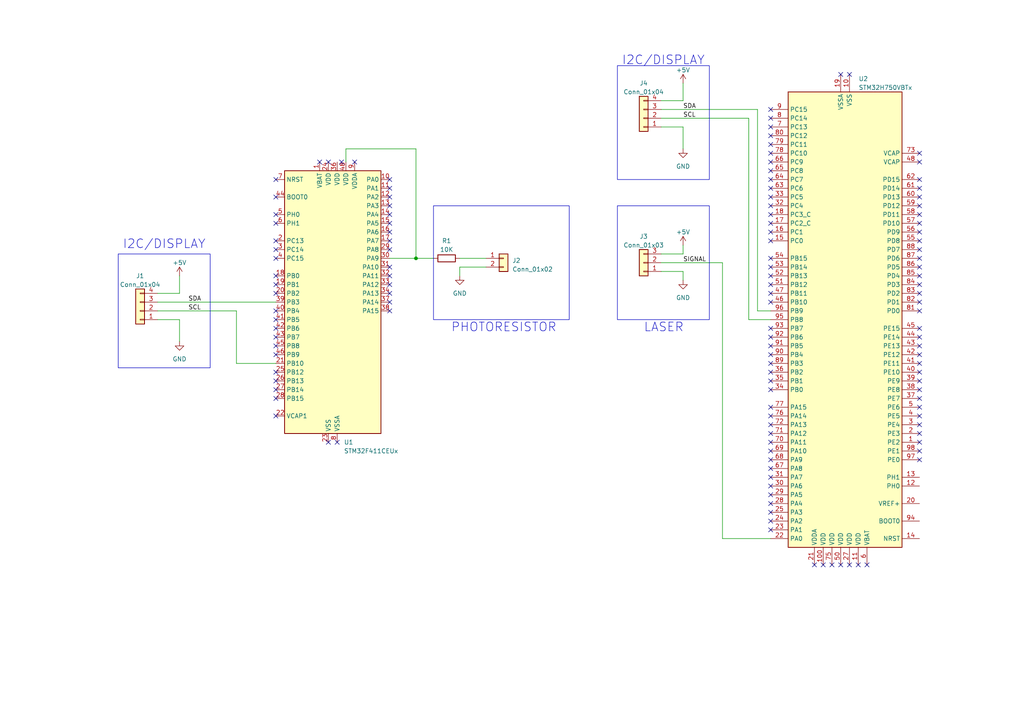
<source format=kicad_sch>
(kicad_sch (version 20230121) (generator eeschema)
  (paper "A4")
  (lib_symbols
    (symbol "Connector_Generic:Conn_01x02" (pin_names (offset 1.016) hide)
      (property "Reference" "J" (at 0 2.54 0))
      (property "Value" "Conn_01x02" (at 0 -5.08 0))
      (symbol "Conn_01x02_1_1"
        (rectangle (start -1.27 -2.413) (end 0 -2.667) (stroke (width 0.1524)))
        (rectangle (start -1.27 0.127) (end 0 -0.127) (stroke (width 0.1524)))
        (rectangle (start -1.27 1.27) (end 1.27 -3.81) (stroke (width 0.254)) (fill (type background)))
        (pin passive line (at -5.08 0 0) (length 3.81) (name "Pin_1") (number "1"))
        (pin passive line (at -5.08 -2.54 0) (length 3.81) (name "Pin_2") (number "2"))
      )
    )
    (symbol "Connector_Generic:Conn_01x03" (pin_names (offset 1.016) hide)
      (property "Reference" "J" (at 0 5.08 0))
      (property "Value" "Conn_01x03" (at 0 -5.08 0))
      (symbol "Conn_01x03_1_1"
        (rectangle (start -1.27 -2.413) (end 0 -2.667) (stroke (width 0.1524)))
        (rectangle (start -1.27 0.127) (end 0 -0.127) (stroke (width 0.1524)))
        (rectangle (start -1.27 2.667) (end 0 2.413) (stroke (width 0.1524)))
        (rectangle (start -1.27 3.81) (end 1.27 -3.81) (stroke (width 0.254)) (fill (type background)))
        (pin passive line (at -5.08 2.54 0) (length 3.81) (name "Pin_1") (number "1"))
        (pin passive line (at -5.08 0 0) (length 3.81) (name "Pin_2") (number "2"))
        (pin passive line (at -5.08 -2.54 0) (length 3.81) (name "Pin_3") (number "3"))
      )
    )
    (symbol "Connector_Generic:Conn_01x04" (pin_names (offset 1.016) hide)
      (property "Reference" "J" (at 0 5.08 0))
      (property "Value" "Conn_01x04" (at 0 -7.62 0))
      (symbol "Conn_01x04_1_1"
        (rectangle (start -1.27 -4.953) (end 0 -5.207) (stroke (width 0.1524)))
        (rectangle (start -1.27 -2.413) (end 0 -2.667) (stroke (width 0.1524)))
        (rectangle (start -1.27 0.127) (end 0 -0.127) (stroke (width 0.1524)))
        (rectangle (start -1.27 2.667) (end 0 2.413) (stroke (width 0.1524)))
        (rectangle (start -1.27 3.81) (end 1.27 -6.35) (stroke (width 0.254)) (fill (type background)))
        (pin passive line (at -5.08 2.54 0) (length 3.81) (name "Pin_1") (number "1"))
        (pin passive line (at -5.08 0 0) (length 3.81) (name "Pin_2") (number "2"))
        (pin passive line (at -5.08 -2.54 0) (length 3.81) (name "Pin_3") (number "3"))
        (pin passive line (at -5.08 -5.08 0) (length 3.81) (name "Pin_4") (number "4"))
      )
    )
    (symbol "Device:R" (pin_numbers hide) (pin_names (offset 0))
      (property "Reference" "R" (at 2.032 0 90))
      (property "Value" "R" (at 0 0 90))
      (symbol "R_0_1"
        (rectangle (start -1.016 -2.54) (end 1.016 2.54) (stroke (width 0.254)))
      )
      (symbol "R_1_1"
        (pin passive line (at 0 3.81 270) (length 1.27) (name "~") (number "1"))
        (pin passive line (at 0 -3.81 90) (length 1.27) (name "~") (number "2"))
      )
    )
    (symbol "MCU_ST_STM32F4:STM32F411CEUx"
      (property "Reference" "U" (at -12.7 39.37 0))
      (property "Value" "STM32F411CEUx" (at 10.16 39.37 0))
      (symbol "STM32F411CEUx_0_1"
        (rectangle (start -12.7 -38.1) (end 15.24 38.1) (stroke (width 0.254)) (fill (type background)))
      )
      (symbol "STM32F411CEUx_1_1"
        (pin power_in line (at -2.54 40.64 270) (length 2.54) (name "VBAT") (number "1"))
        (pin bidirectional line (at 17.78 35.56 180) (length 2.54) (name "PA0") (number "10"))
        (pin bidirectional line (at 17.78 33.02 180) (length 2.54) (name "PA1") (number "11"))
        (pin bidirectional line (at 17.78 30.48 180) (length 2.54) (name "PA2") (number "12"))
        (pin bidirectional line (at 17.78 27.94 180) (length 2.54) (name "PA3") (number "13"))
        (pin bidirectional line (at 17.78 25.4 180) (length 2.54) (name "PA4") (number "14"))
        (pin bidirectional line (at 17.78 22.86 180) (length 2.54) (name "PA5") (number "15"))
        (pin bidirectional line (at 17.78 20.32 180) (length 2.54) (name "PA6") (number "16"))
        (pin bidirectional line (at 17.78 17.78 180) (length 2.54) (name "PA7") (number "17"))
        (pin bidirectional line (at -15.24 7.62 0) (length 2.54) (name "PB0") (number "18"))
        (pin bidirectional line (at -15.24 5.08 0) (length 2.54) (name "PB1") (number "19"))
        (pin bidirectional line (at -15.24 17.78 0) (length 2.54) (name "PC13") (number "2"))
        (pin bidirectional line (at -15.24 2.54 0) (length 2.54) (name "PB2") (number "20"))
        (pin bidirectional line (at -15.24 -17.78 0) (length 2.54) (name "PB10") (number "21"))
        (pin power_out line (at -15.24 -33.02 0) (length 2.54) (name "VCAP1") (number "22"))
        (pin power_in line (at 0 -40.64 90) (length 2.54) (name "VSS") (number "23"))
        (pin power_in line (at 0 40.64 270) (length 2.54) (name "VDD") (number "24"))
        (pin bidirectional line (at -15.24 -20.32 0) (length 2.54) (name "PB12") (number "25"))
        (pin bidirectional line (at -15.24 -22.86 0) (length 2.54) (name "PB13") (number "26"))
        (pin bidirectional line (at -15.24 -25.4 0) (length 2.54) (name "PB14") (number "27"))
        (pin bidirectional line (at -15.24 -27.94 0) (length 2.54) (name "PB15") (number "28"))
        (pin bidirectional line (at 17.78 15.24 180) (length 2.54) (name "PA8") (number "29"))
        (pin bidirectional line (at -15.24 15.24 0) (length 2.54) (name "PC14") (number "3"))
        (pin bidirectional line (at 17.78 12.7 180) (length 2.54) (name "PA9") (number "30"))
        (pin bidirectional line (at 17.78 10.16 180) (length 2.54) (name "PA10") (number "31"))
        (pin bidirectional line (at 17.78 7.62 180) (length 2.54) (name "PA11") (number "32"))
        (pin bidirectional line (at 17.78 5.08 180) (length 2.54) (name "PA12") (number "33"))
        (pin bidirectional line (at 17.78 2.54 180) (length 2.54) (name "PA13") (number "34"))
        (pin passive line (at 0 -40.64 90) (length 2.54) hide (name "VSS") (number "35"))
        (pin power_in line (at 2.54 40.64 270) (length 2.54) (name "VDD") (number "36"))
        (pin bidirectional line (at 17.78 0 180) (length 2.54) (name "PA14") (number "37"))
        (pin bidirectional line (at 17.78 -2.54 180) (length 2.54) (name "PA15") (number "38"))
        (pin bidirectional line (at -15.24 0 0) (length 2.54) (name "PB3") (number "39"))
        (pin bidirectional line (at -15.24 12.7 0) (length 2.54) (name "PC15") (number "4"))
        (pin bidirectional line (at -15.24 -2.54 0) (length 2.54) (name "PB4") (number "40"))
        (pin bidirectional line (at -15.24 -5.08 0) (length 2.54) (name "PB5") (number "41"))
        (pin bidirectional line (at -15.24 -7.62 0) (length 2.54) (name "PB6") (number "42"))
        (pin bidirectional line (at -15.24 -10.16 0) (length 2.54) (name "PB7") (number "43"))
        (pin input line (at -15.24 30.48 0) (length 2.54) (name "BOOT0") (number "44"))
        (pin bidirectional line (at -15.24 -12.7 0) (length 2.54) (name "PB8") (number "45"))
        (pin bidirectional line (at -15.24 -15.24 0) (length 2.54) (name "PB9") (number "46"))
        (pin passive line (at 0 -40.64 90) (length 2.54) hide (name "VSS") (number "47"))
        (pin power_in line (at 5.08 40.64 270) (length 2.54) (name "VDD") (number "48"))
        (pin passive line (at 0 -40.64 90) (length 2.54) hide (name "VSS") (number "49"))
        (pin bidirectional line (at -15.24 25.4 0) (length 2.54) (name "PH0") (number "5"))
        (pin bidirectional line (at -15.24 22.86 0) (length 2.54) (name "PH1") (number "6"))
        (pin input line (at -15.24 35.56 0) (length 2.54) (name "NRST") (number "7"))
        (pin power_in line (at 2.54 -40.64 90) (length 2.54) (name "VSSA") (number "8"))
        (pin power_in line (at 7.62 40.64 270) (length 2.54) (name "VDDA") (number "9"))
      )
    )
    (symbol "MCU_ST_STM32H7:STM32H750VBTx"
      (property "Reference" "U" (at -15.24 67.31 0))
      (property "Value" "STM32H750VBTx" (at 12.7 67.31 0))
      (symbol "STM32H750VBTx_0_1"
        (rectangle (start -15.24 -66.04) (end 17.78 66.04) (stroke (width 0.254)) (fill (type background)))
      )
      (symbol "STM32H750VBTx_1_1"
        (pin bidirectional line (at -20.32 35.56 0) (length 5.08) (name "PE2") (number "1"))
        (pin power_in line (at 0 -71.12 90) (length 5.08) (name "VSS") (number "10"))
        (pin power_in line (at 7.62 71.12 270) (length 5.08) (name "VDD") (number "100"))
        (pin power_in line (at -2.54 71.12 270) (length 5.08) (name "VDD") (number "11"))
        (pin bidirectional line (at -20.32 48.26 0) (length 5.08) (name "PH0") (number "12"))
        (pin bidirectional line (at -20.32 45.72 0) (length 5.08) (name "PH1") (number "13"))
        (pin input line (at -20.32 63.5 0) (length 5.08) (name "NRST") (number "14"))
        (pin bidirectional line (at 22.86 -22.86 180) (length 5.08) (name "PC0") (number "15"))
        (pin bidirectional line (at 22.86 -25.4 180) (length 5.08) (name "PC1") (number "16"))
        (pin bidirectional line (at 22.86 -27.94 180) (length 5.08) (name "PC2_C") (number "17"))
        (pin bidirectional line (at 22.86 -30.48 180) (length 5.08) (name "PC3_C") (number "18"))
        (pin power_in line (at 2.54 -71.12 90) (length 5.08) (name "VSSA") (number "19"))
        (pin bidirectional line (at -20.32 33.02 0) (length 5.08) (name "PE3") (number "2"))
        (pin input line (at -20.32 53.34 0) (length 5.08) (name "VREF+") (number "20"))
        (pin power_in line (at 10.16 71.12 270) (length 5.08) (name "VDDA") (number "21"))
        (pin bidirectional line (at 22.86 63.5 180) (length 5.08) (name "PA0") (number "22"))
        (pin bidirectional line (at 22.86 60.96 180) (length 5.08) (name "PA1") (number "23"))
        (pin bidirectional line (at 22.86 58.42 180) (length 5.08) (name "PA2") (number "24"))
        (pin bidirectional line (at 22.86 55.88 180) (length 5.08) (name "PA3") (number "25"))
        (pin passive line (at 0 -71.12 90) (length 5.08) hide (name "VSS") (number "26"))
        (pin power_in line (at 0 71.12 270) (length 5.08) (name "VDD") (number "27"))
        (pin bidirectional line (at 22.86 53.34 180) (length 5.08) (name "PA4") (number "28"))
        (pin bidirectional line (at 22.86 50.8 180) (length 5.08) (name "PA5") (number "29"))
        (pin bidirectional line (at -20.32 30.48 0) (length 5.08) (name "PE4") (number "3"))
        (pin bidirectional line (at 22.86 48.26 180) (length 5.08) (name "PA6") (number "30"))
        (pin bidirectional line (at 22.86 45.72 180) (length 5.08) (name "PA7") (number "31"))
        (pin bidirectional line (at 22.86 -33.02 180) (length 5.08) (name "PC4") (number "32"))
        (pin bidirectional line (at 22.86 -35.56 180) (length 5.08) (name "PC5") (number "33"))
        (pin bidirectional line (at 22.86 20.32 180) (length 5.08) (name "PB0") (number "34"))
        (pin bidirectional line (at 22.86 17.78 180) (length 5.08) (name "PB1") (number "35"))
        (pin bidirectional line (at 22.86 15.24 180) (length 5.08) (name "PB2") (number "36"))
        (pin bidirectional line (at -20.32 22.86 0) (length 5.08) (name "PE7") (number "37"))
        (pin bidirectional line (at -20.32 20.32 0) (length 5.08) (name "PE8") (number "38"))
        (pin bidirectional line (at -20.32 17.78 0) (length 5.08) (name "PE9") (number "39"))
        (pin bidirectional line (at -20.32 27.94 0) (length 5.08) (name "PE5") (number "4"))
        (pin bidirectional line (at -20.32 15.24 0) (length 5.08) (name "PE10") (number "40"))
        (pin bidirectional line (at -20.32 12.7 0) (length 5.08) (name "PE11") (number "41"))
        (pin bidirectional line (at -20.32 10.16 0) (length 5.08) (name "PE12") (number "42"))
        (pin bidirectional line (at -20.32 7.62 0) (length 5.08) (name "PE13") (number "43"))
        (pin bidirectional line (at -20.32 5.08 0) (length 5.08) (name "PE14") (number "44"))
        (pin bidirectional line (at -20.32 2.54 0) (length 5.08) (name "PE15") (number "45"))
        (pin bidirectional line (at 22.86 -5.08 180) (length 5.08) (name "PB10") (number "46"))
        (pin bidirectional line (at 22.86 -7.62 180) (length 5.08) (name "PB11") (number "47"))
        (pin power_out line (at -20.32 -45.72 0) (length 5.08) (name "VCAP") (number "48"))
        (pin passive line (at 0 -71.12 90) (length 5.08) hide (name "VSS") (number "49"))
        (pin bidirectional line (at -20.32 25.4 0) (length 5.08) (name "PE6") (number "5"))
        (pin power_in line (at 2.54 71.12 270) (length 5.08) (name "VDD") (number "50"))
        (pin bidirectional line (at 22.86 -10.16 180) (length 5.08) (name "PB12") (number "51"))
        (pin bidirectional line (at 22.86 -12.7 180) (length 5.08) (name "PB13") (number "52"))
        (pin bidirectional line (at 22.86 -15.24 180) (length 5.08) (name "PB14") (number "53"))
        (pin bidirectional line (at 22.86 -17.78 180) (length 5.08) (name "PB15") (number "54"))
        (pin bidirectional line (at -20.32 -22.86 0) (length 5.08) (name "PD8") (number "55"))
        (pin bidirectional line (at -20.32 -25.4 0) (length 5.08) (name "PD9") (number "56"))
        (pin bidirectional line (at -20.32 -27.94 0) (length 5.08) (name "PD10") (number "57"))
        (pin bidirectional line (at -20.32 -30.48 0) (length 5.08) (name "PD11") (number "58"))
        (pin bidirectional line (at -20.32 -33.02 0) (length 5.08) (name "PD12") (number "59"))
        (pin power_in line (at -5.08 71.12 270) (length 5.08) (name "VBAT") (number "6"))
        (pin bidirectional line (at -20.32 -35.56 0) (length 5.08) (name "PD13") (number "60"))
        (pin bidirectional line (at -20.32 -38.1 0) (length 5.08) (name "PD14") (number "61"))
        (pin bidirectional line (at -20.32 -40.64 0) (length 5.08) (name "PD15") (number "62"))
        (pin bidirectional line (at 22.86 -38.1 180) (length 5.08) (name "PC6") (number "63"))
        (pin bidirectional line (at 22.86 -40.64 180) (length 5.08) (name "PC7") (number "64"))
        (pin bidirectional line (at 22.86 -43.18 180) (length 5.08) (name "PC8") (number "65"))
        (pin bidirectional line (at 22.86 -45.72 180) (length 5.08) (name "PC9") (number "66"))
        (pin bidirectional line (at 22.86 43.18 180) (length 5.08) (name "PA8") (number "67"))
        (pin bidirectional line (at 22.86 40.64 180) (length 5.08) (name "PA9") (number "68"))
        (pin bidirectional line (at 22.86 38.1 180) (length 5.08) (name "PA10") (number "69"))
        (pin bidirectional line (at 22.86 -55.88 180) (length 5.08) (name "PC13") (number "7"))
        (pin bidirectional line (at 22.86 35.56 180) (length 5.08) (name "PA11") (number "70"))
        (pin bidirectional line (at 22.86 33.02 180) (length 5.08) (name "PA12") (number "71"))
        (pin bidirectional line (at 22.86 30.48 180) (length 5.08) (name "PA13") (number "72"))
        (pin power_out line (at -20.32 -48.26 0) (length 5.08) (name "VCAP") (number "73"))
        (pin passive line (at 0 -71.12 90) (length 5.08) hide (name "VSS") (number "74"))
        (pin power_in line (at 5.08 71.12 270) (length 5.08) (name "VDD") (number "75"))
        (pin bidirectional line (at 22.86 27.94 180) (length 5.08) (name "PA14") (number "76"))
        (pin bidirectional line (at 22.86 25.4 180) (length 5.08) (name "PA15") (number "77"))
        (pin bidirectional line (at 22.86 -48.26 180) (length 5.08) (name "PC10") (number "78"))
        (pin bidirectional line (at 22.86 -50.8 180) (length 5.08) (name "PC11") (number "79"))
        (pin bidirectional line (at 22.86 -58.42 180) (length 5.08) (name "PC14") (number "8"))
        (pin bidirectional line (at 22.86 -53.34 180) (length 5.08) (name "PC12") (number "80"))
        (pin bidirectional line (at -20.32 -2.54 0) (length 5.08) (name "PD0") (number "81"))
        (pin bidirectional line (at -20.32 -5.08 0) (length 5.08) (name "PD1") (number "82"))
        (pin bidirectional line (at -20.32 -7.62 0) (length 5.08) (name "PD2") (number "83"))
        (pin bidirectional line (at -20.32 -10.16 0) (length 5.08) (name "PD3") (number "84"))
        (pin bidirectional line (at -20.32 -12.7 0) (length 5.08) (name "PD4") (number "85"))
        (pin bidirectional line (at -20.32 -15.24 0) (length 5.08) (name "PD5") (number "86"))
        (pin bidirectional line (at -20.32 -17.78 0) (length 5.08) (name "PD6") (number "87"))
        (pin bidirectional line (at -20.32 -20.32 0) (length 5.08) (name "PD7") (number "88"))
        (pin bidirectional line (at 22.86 12.7 180) (length 5.08) (name "PB3") (number "89"))
        (pin bidirectional line (at 22.86 -60.96 180) (length 5.08) (name "PC15") (number "9"))
        (pin bidirectional line (at 22.86 10.16 180) (length 5.08) (name "PB4") (number "90"))
        (pin bidirectional line (at 22.86 7.62 180) (length 5.08) (name "PB5") (number "91"))
        (pin bidirectional line (at 22.86 5.08 180) (length 5.08) (name "PB6") (number "92"))
        (pin bidirectional line (at 22.86 2.54 180) (length 5.08) (name "PB7") (number "93"))
        (pin input line (at -20.32 58.42 0) (length 5.08) (name "BOOT0") (number "94"))
        (pin bidirectional line (at 22.86 0 180) (length 5.08) (name "PB8") (number "95"))
        (pin bidirectional line (at 22.86 -2.54 180) (length 5.08) (name "PB9") (number "96"))
        (pin bidirectional line (at -20.32 40.64 0) (length 5.08) (name "PE0") (number "97"))
        (pin bidirectional line (at -20.32 38.1 0) (length 5.08) (name "PE1") (number "98"))
        (pin passive line (at 0 -71.12 90) (length 5.08) hide (name "VSS") (number "99"))
      )
    )
    (symbol "power:+5V" (power) (pin_names (offset 0))
      (property "Value" "+5V" (at 0 3.556 0))
      (symbol "+5V_0_1"
        (polyline (pts (xy -0.762 1.27) (xy 0 2.54)))
        (polyline (pts (xy 0 0) (xy 0 2.54)))
        (polyline (pts (xy 0 2.54) (xy 0.762 1.27)))
      )
      (symbol "+5V_1_1"
        (pin power_in line (at 0 0 90) (length 0) hide (name "+5V") (number "1"))
      )
    )
    (symbol "power:GND" (power) (pin_names (offset 0))
      (property "Value" "GND" (at 0 -3.81 0))
      (symbol "GND_0_1"
        (polyline (pts (xy 0 0) (xy 0 -1.27) (xy 1.27 -1.27) (xy 0 -2.54) (xy -1.27 -1.27) (xy 0 -1.27)))
      )
      (symbol "GND_1_1"
        (pin power_in line (at 0 0 270) (length 0) hide (name "GND") (number "1"))
      )
    )
  )
  (junction (at 120.65 74.93))
  (no_connect (at 266.7 46.99))
  (no_connect (at 80.01 82.55))
  (no_connect (at 113.03 67.31))
  (no_connect (at 266.7 95.25))
  (no_connect (at 223.52 36.83))
  (no_connect (at 223.52 138.43))
  (no_connect (at 223.52 105.41))
  (no_connect (at 80.01 120.65))
  (no_connect (at 223.52 100.33))
  (no_connect (at 80.01 107.95))
  (no_connect (at 97.79 128.27))
  (no_connect (at 266.7 80.01))
  (no_connect (at 266.7 54.61))
  (no_connect (at 80.01 110.49))
  (no_connect (at 266.7 87.63))
  (no_connect (at 266.7 118.11))
  (no_connect (at 266.7 67.31))
  (no_connect (at 223.52 143.51))
  (no_connect (at 102.87 46.99))
  (no_connect (at 80.01 102.87))
  (no_connect (at 223.52 64.77))
  (no_connect (at 113.03 52.07))
  (no_connect (at 266.7 102.87))
  (no_connect (at 113.03 64.77))
  (no_connect (at 266.7 69.85))
  (no_connect (at 266.7 125.73))
  (no_connect (at 266.7 123.19))
  (no_connect (at 266.7 97.79))
  (no_connect (at 266.7 100.33))
  (no_connect (at 266.7 133.35))
  (no_connect (at 266.7 115.57))
  (no_connect (at 223.52 146.05))
  (no_connect (at 80.01 80.01))
  (no_connect (at 223.52 120.65))
  (no_connect (at 248.92 163.83))
  (no_connect (at 95.25 128.27))
  (no_connect (at 223.52 153.67))
  (no_connect (at 266.7 52.07))
  (no_connect (at 80.01 92.71))
  (no_connect (at 223.52 44.45))
  (no_connect (at 113.03 87.63))
  (no_connect (at 223.52 59.69))
  (no_connect (at 223.52 41.91))
  (no_connect (at 223.52 87.63))
  (no_connect (at 223.52 128.27))
  (no_connect (at 266.7 59.69))
  (no_connect (at 80.01 74.93))
  (no_connect (at 223.52 113.03))
  (no_connect (at 113.03 85.09))
  (no_connect (at 266.7 64.77))
  (no_connect (at 266.7 44.45))
  (no_connect (at 236.22 163.83))
  (no_connect (at 99.06 46.99))
  (no_connect (at 223.52 85.09))
  (no_connect (at 80.01 57.15))
  (no_connect (at 223.52 74.93))
  (no_connect (at 266.7 90.17))
  (no_connect (at 113.03 62.23))
  (no_connect (at 266.7 128.27))
  (no_connect (at 223.52 107.95))
  (no_connect (at 223.52 140.97))
  (no_connect (at 80.01 64.77))
  (no_connect (at 251.46 163.83))
  (no_connect (at 223.52 77.47))
  (no_connect (at 266.7 120.65))
  (no_connect (at 223.52 62.23))
  (no_connect (at 266.7 57.15))
  (no_connect (at 223.52 46.99))
  (no_connect (at 266.7 85.09))
  (no_connect (at 223.52 118.11))
  (no_connect (at 113.03 90.17))
  (no_connect (at 113.03 80.01))
  (no_connect (at 266.7 105.41))
  (no_connect (at 223.52 57.15))
  (no_connect (at 80.01 115.57))
  (no_connect (at 243.84 163.83))
  (no_connect (at 223.52 52.07))
  (no_connect (at 113.03 59.69))
  (no_connect (at 80.01 113.03))
  (no_connect (at 80.01 72.39))
  (no_connect (at 223.52 95.25))
  (no_connect (at 113.03 57.15))
  (no_connect (at 80.01 95.25))
  (no_connect (at 241.3 163.83))
  (no_connect (at 246.38 163.83))
  (no_connect (at 113.03 69.85))
  (no_connect (at 223.52 49.53))
  (no_connect (at 243.84 21.59))
  (no_connect (at 223.52 123.19))
  (no_connect (at 223.52 102.87))
  (no_connect (at 223.52 69.85))
  (no_connect (at 266.7 74.93))
  (no_connect (at 223.52 54.61))
  (no_connect (at 80.01 69.85))
  (no_connect (at 80.01 62.23))
  (no_connect (at 80.01 85.09))
  (no_connect (at 92.71 46.99))
  (no_connect (at 95.25 46.99))
  (no_connect (at 80.01 100.33))
  (no_connect (at 266.7 110.49))
  (no_connect (at 223.52 148.59))
  (no_connect (at 223.52 133.35))
  (no_connect (at 223.52 82.55))
  (no_connect (at 80.01 90.17))
  (no_connect (at 266.7 82.55))
  (no_connect (at 223.52 67.31))
  (no_connect (at 266.7 72.39))
  (no_connect (at 80.01 52.07))
  (no_connect (at 113.03 77.47))
  (no_connect (at 266.7 62.23))
  (no_connect (at 223.52 151.13))
  (no_connect (at 266.7 130.81))
  (no_connect (at 223.52 125.73))
  (no_connect (at 223.52 31.75))
  (no_connect (at 113.03 72.39))
  (no_connect (at 266.7 77.47))
  (no_connect (at 266.7 107.95))
  (no_connect (at 223.52 80.01))
  (no_connect (at 246.38 21.59))
  (no_connect (at 113.03 54.61))
  (no_connect (at 223.52 34.29))
  (no_connect (at 80.01 97.79))
  (no_connect (at 266.7 113.03))
  (no_connect (at 223.52 135.89))
  (no_connect (at 113.03 82.55))
  (no_connect (at 238.76 163.83))
  (no_connect (at 223.52 97.79))
  (no_connect (at 223.52 130.81))
  (no_connect (at 223.52 39.37))
  (no_connect (at 223.52 110.49))
  (wire (pts (xy 100.33 43.18) (xy 120.65 43.18)))
  (wire (pts (xy 198.12 36.83) (xy 198.12 43.18)))
  (wire (pts (xy 45.72 85.09) (xy 52.07 85.09)))
  (wire (pts (xy 191.77 31.75) (xy 219.71 31.75)))
  (wire (pts (xy 191.77 29.21) (xy 198.12 29.21)))
  (wire (pts (xy 100.33 46.99) (xy 100.33 43.18)))
  (wire (pts (xy 133.35 77.47) (xy 140.97 77.47)))
  (wire (pts (xy 198.12 29.21) (xy 198.12 24.13)))
  (wire (pts (xy 191.77 34.29) (xy 217.17 34.29)))
  (wire (pts (xy 52.07 92.71) (xy 52.07 99.06)))
  (wire (pts (xy 52.07 85.09) (xy 52.07 80.01)))
  (wire (pts (xy 191.77 76.2) (xy 209.55 76.2)))
  (wire (pts (xy 198.12 78.74) (xy 191.77 78.74)))
  (wire (pts (xy 209.55 76.2) (xy 209.55 156.21)))
  (wire (pts (xy 68.58 105.41) (xy 80.01 105.41)))
  (wire (pts (xy 219.71 90.17) (xy 219.71 31.75)))
  (wire (pts (xy 198.12 81.28) (xy 198.12 78.74)))
  (wire (pts (xy 68.58 90.17) (xy 68.58 105.41)))
  (wire (pts (xy 113.03 74.93) (xy 120.65 74.93)))
  (wire (pts (xy 133.35 74.93) (xy 140.97 74.93)))
  (wire (pts (xy 120.65 43.18) (xy 120.65 74.93)))
  (wire (pts (xy 45.72 92.71) (xy 52.07 92.71)))
  (wire (pts (xy 217.17 34.29) (xy 217.17 92.71)))
  (wire (pts (xy 223.52 90.17) (xy 219.71 90.17)))
  (wire (pts (xy 120.65 74.93) (xy 125.73 74.93)))
  (wire (pts (xy 45.72 90.17) (xy 68.58 90.17)))
  (wire (pts (xy 191.77 73.66) (xy 198.12 73.66)))
  (wire (pts (xy 198.12 73.66) (xy 198.12 71.12)))
  (wire (pts (xy 209.55 156.21) (xy 223.52 156.21)))
  (wire (pts (xy 191.77 36.83) (xy 198.12 36.83)))
  (wire (pts (xy 217.17 92.71) (xy 223.52 92.71)))
  (wire (pts (xy 80.01 87.63) (xy 45.72 87.63)))
  (wire (pts (xy 133.35 80.01) (xy 133.35 77.47)))
  (rectangle (start 179.07 19.05) (end 205.74 52.07))
  (rectangle (start 34.29 73.66) (end 60.96 106.68))
  (rectangle (start 179.07 59.69) (end 205.74 92.71))
  (rectangle (start 125.73 59.69) (end 165.1 92.71))
  (text "PHOTORESISTOR\n" (at 130.81 96.52 0) (effects (font (size 2.54 2.54)) (justify left bottom)))
  (text "I2C/DISPLAY" (at 35.56 72.39 0) (effects (font (size 2.54 2.54)) (justify left bottom)))
  (text "I2C/DISPLAY" (at 180.34 19.05 0) (effects (font (size 2.54 2.54)) (justify left bottom)))
  (text "LASER\n" (at 186.69 96.52 0) (effects (font (size 2.54 2.54)) (justify left bottom)))
  (label "SIGNAL" (at 198.12 76.2 0))
  (label "SCL" (at 198.12 34.29 0))
  (label "SDA" (at 54.61 87.63 0))
  (label "SCL" (at 54.61 90.17 0))
  (label "SDA" (at 198.12 31.75 0))
  (symbol (lib_id "MCU_ST_STM32F4:STM32F411CEUx") (at 95.25 87.63 0) (unit 1)
    (property "Reference" "U1" (at 99.7459 128.27 0) (effects (justify left)))
    (property "Value" "STM32F411CEUx" (at 99.7459 130.81 0) (effects (justify left)))
    (property "Footprint" "Package_DFN_QFN:QFN-48-1EP_7x7mm_P0.5mm_EP5.6x5.6mm" (effects hide))
    (property "Datasheet" "https://www.st.com/resource/en/datasheet/stm32f411ce.pdf" (effects hide))
  )
  (symbol (lib_id "power:GND") (at 198.12 81.28 0) (unit 1)
    (property "Reference" "#PWR07" (effects hide))
    (property "Value" "GND" (at 198.12 86.36 0))
  )
  (symbol (lib_id "Connector_Generic:Conn_01x04") (at 40.64 90.17 180) (unit 1)
    (property "Reference" "J1" (at 40.64 80.01 0))
    (property "Value" "Conn_01x04" (at 40.64 82.55 0))
    (property "Footprint" "Connector_PinHeader_2.54mm:PinHeader_1x04_P2.54mm_Vertical" (effects hide))
  )
  (symbol (lib_id "Connector_Generic:Conn_01x04") (at 186.69 34.29 180) (unit 1)
    (property "Reference" "J4" (at 186.69 24.13 0))
    (property "Value" "Conn_01x04" (at 186.69 26.67 0))
    (property "Footprint" "Connector_PinHeader_2.54mm:PinHeader_1x04_P2.54mm_Vertical" (effects hide))
  )
  (symbol (lib_id "power:GND") (at 198.12 43.18 0) (unit 1)
    (property "Reference" "#PWR09" (effects hide))
    (property "Value" "GND" (at 198.12 48.26 0))
  )
  (symbol (lib_id "power:GND") (at 52.07 99.06 0) (unit 1)
    (property "Reference" "#PWR04" (effects hide))
    (property "Value" "GND" (at 52.07 104.14 0))
  )
  (symbol (lib_id "Connector_Generic:Conn_01x03") (at 186.69 76.2 180) (unit 1)
    (property "Reference" "J3" (at 186.69 68.58 0))
    (property "Value" "Conn_01x03" (at 186.69 71.12 0))
    (property "Footprint" "Connector_PinHeader_2.54mm:PinHeader_1x03_P2.54mm_Vertical" (effects hide))
  )
  (symbol (lib_id "Device:R") (at 129.54 74.93 90) (unit 1)
    (property "Reference" "R1" (at 129.54 69.85 90))
    (property "Value" "10K" (at 129.54 72.39 90))
    (property "Footprint" "Resistor_SMD:R_1206_3216Metric" (effects hide))
  )
  (symbol (lib_id "power:+5V") (at 198.12 24.13 0) (unit 1)
    (property "Reference" "#PWR08" (effects hide))
    (property "Value" "+5V" (at 198.12 20.32 0))
  )
  (symbol (lib_id "MCU_ST_STM32H7:STM32H750VBTx") (at 246.38 92.71 180) (unit 1)
    (property "Reference" "U2" (at 249.0217 22.86 0) (effects (justify right)))
    (property "Value" "STM32H750VBTx" (at 249.0217 25.4 0) (effects (justify right)))
    (property "Footprint" "Package_QFP:LQFP-100_14x14mm_P0.5mm" (effects hide))
    (property "Datasheet" "https://www.st.com/resource/en/datasheet/stm32h750vb.pdf" (effects hide))
  )
  (symbol (lib_id "power:+5V") (at 198.12 71.12 0) (unit 1)
    (property "Reference" "#PWR06" (effects hide))
    (property "Value" "+5V" (at 198.12 67.31 0))
  )
  (symbol (lib_id "power:+5V") (at 52.07 80.01 0) (unit 1)
    (property "Reference" "#PWR03" (effects hide))
    (property "Value" "+5V" (at 52.07 76.2 0))
  )
  (symbol (lib_id "power:GND") (at 133.35 80.01 0) (unit 1)
    (property "Reference" "#PWR05" (effects hide))
    (property "Value" "GND" (at 133.35 85.09 0))
  )
  (symbol (lib_id "Connector_Generic:Conn_01x02") (at 146.05 74.93 0) (unit 1)
    (property "Reference" "J2" (at 148.59 75.565 0) (effects (justify left)))
    (property "Value" "Conn_01x02" (at 148.59 78.105 0) (effects (justify left)))
    (property "Footprint" "Connector_PinHeader_2.54mm:PinHeader_1x02_P2.54mm_Vertical" (effects hide))
  )
)
</source>
